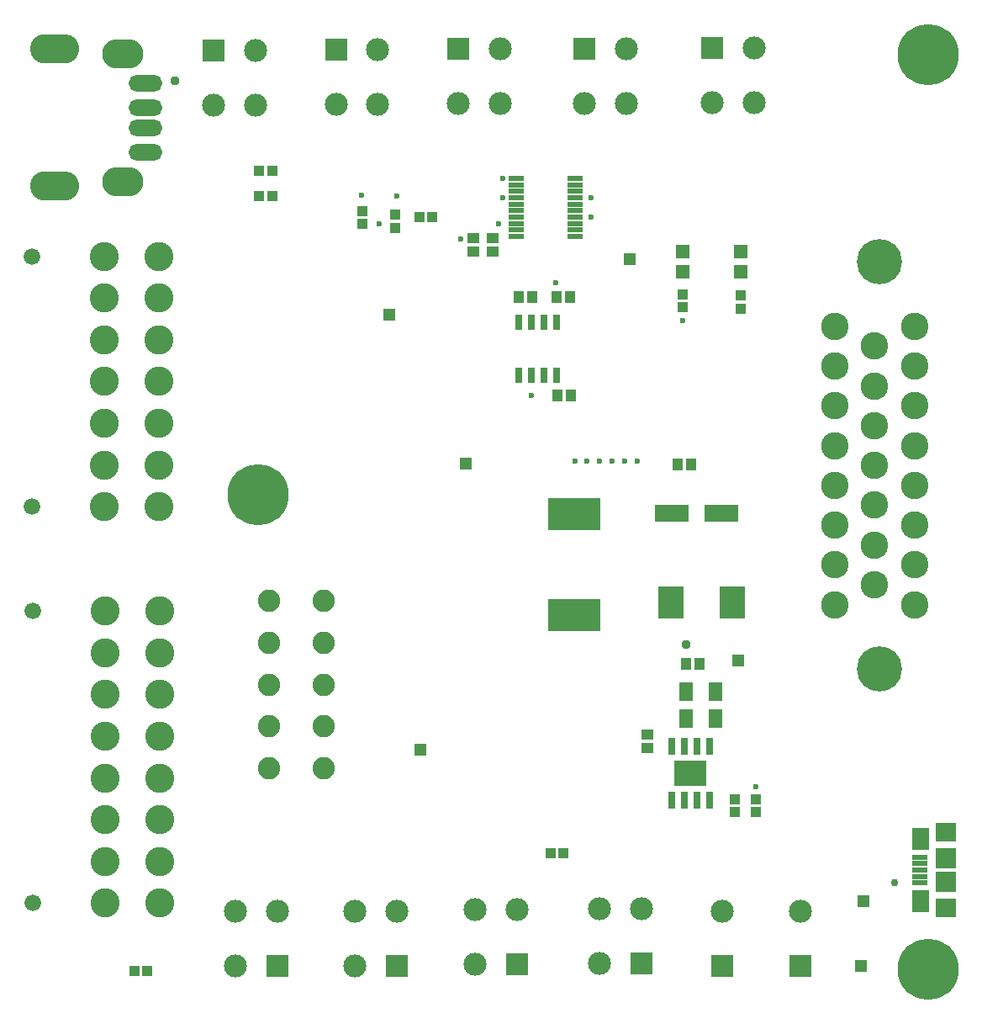
<source format=gts>
G04*
G04 #@! TF.GenerationSoftware,Altium Limited,Altium Designer,21.0.9 (235)*
G04*
G04 Layer_Color=8388736*
%FSLAX25Y25*%
%MOIN*%
G70*
G04*
G04 #@! TF.SameCoordinates,BA8C7152-59F1-4345-8518-0593712C2385*
G04*
G04*
G04 #@! TF.FilePolarity,Negative*
G04*
G01*
G75*
%ADD32R,0.10236X0.12992*%
%ADD33R,0.03150X0.06496*%
%ADD34R,0.06398X0.02362*%
%ADD35R,0.20669X0.12992*%
%ADD36R,0.05906X0.02165*%
%ADD37R,0.06890X0.08858*%
%ADD38R,0.08071X0.07677*%
%ADD39R,0.08071X0.08071*%
%ADD40O,0.13386X0.06496*%
%ADD41R,0.12795X0.10039*%
%ADD42R,0.04331X0.03937*%
%ADD43R,0.05315X0.05315*%
%ADD44R,0.03937X0.04331*%
%ADD45R,0.13189X0.06890*%
%ADD46R,0.04134X0.04528*%
%ADD47R,0.04528X0.04134*%
%ADD48R,0.05709X0.07677*%
%ADD49R,0.03150X0.06594*%
%ADD50R,0.09153X0.09153*%
%ADD51C,0.09153*%
%ADD52R,0.04921X0.04921*%
%ADD53C,0.08858*%
%ADD54C,0.11516*%
%ADD55C,0.06594*%
%ADD56C,0.10925*%
%ADD57C,0.17894*%
%ADD58O,0.16339X0.11614*%
%ADD59O,0.19488X0.11614*%
%ADD60C,0.24213*%
%ADD61C,0.02362*%
%ADD62C,0.03740*%
%ADD63C,0.02953*%
D32*
X288567Y161000D02*
D03*
X264158D02*
D03*
D33*
X219000Y272130D02*
D03*
X214000D02*
D03*
X209000D02*
D03*
X204000D02*
D03*
Y250870D02*
D03*
X209000D02*
D03*
X214000D02*
D03*
X219000D02*
D03*
D34*
X226067Y305984D02*
D03*
Y308543D02*
D03*
Y311102D02*
D03*
Y313661D02*
D03*
Y316220D02*
D03*
Y318779D02*
D03*
Y321339D02*
D03*
Y323898D02*
D03*
Y326457D02*
D03*
Y329016D02*
D03*
X202933D02*
D03*
Y326457D02*
D03*
Y323898D02*
D03*
Y321339D02*
D03*
Y318779D02*
D03*
Y316220D02*
D03*
Y313661D02*
D03*
Y311102D02*
D03*
Y308543D02*
D03*
Y305984D02*
D03*
D35*
X226000Y155921D02*
D03*
Y196079D02*
D03*
D36*
X362732Y49882D02*
D03*
Y52441D02*
D03*
Y55000D02*
D03*
Y57559D02*
D03*
Y60118D02*
D03*
D37*
X363224Y42795D02*
D03*
Y67205D02*
D03*
D38*
X373260Y40039D02*
D03*
Y69961D02*
D03*
D39*
Y50276D02*
D03*
Y59724D02*
D03*
D40*
X55937Y339220D02*
D03*
Y366779D02*
D03*
Y349063D02*
D03*
Y356937D02*
D03*
D41*
X271937Y93189D02*
D03*
D42*
X292000Y282559D02*
D03*
Y277441D02*
D03*
X269000Y283059D02*
D03*
Y277941D02*
D03*
X289437Y77941D02*
D03*
Y83059D02*
D03*
X298000Y83059D02*
D03*
Y77941D02*
D03*
X155000Y314559D02*
D03*
Y309441D02*
D03*
X142000Y316059D02*
D03*
Y310941D02*
D03*
D43*
X292000Y291866D02*
D03*
Y300134D02*
D03*
X269000D02*
D03*
Y291866D02*
D03*
D44*
X100941Y322000D02*
D03*
X106059D02*
D03*
X106059Y332000D02*
D03*
X100941D02*
D03*
X56559Y15000D02*
D03*
X51441D02*
D03*
X216441Y61500D02*
D03*
X221559D02*
D03*
X169559Y313500D02*
D03*
X164441D02*
D03*
D45*
X264595Y196363D02*
D03*
X284279D02*
D03*
D46*
X266843Y215500D02*
D03*
X272158D02*
D03*
X270342Y136500D02*
D03*
X275658D02*
D03*
X218843Y282000D02*
D03*
X224158D02*
D03*
X219342Y243000D02*
D03*
X224658D02*
D03*
X203842Y282000D02*
D03*
X209157D02*
D03*
D47*
X255000Y103342D02*
D03*
Y108658D02*
D03*
X193500Y305157D02*
D03*
Y299843D02*
D03*
X186000Y305157D02*
D03*
Y299843D02*
D03*
D48*
X281709Y125500D02*
D03*
X270291D02*
D03*
X281709Y115000D02*
D03*
X270291D02*
D03*
D49*
X264437Y103866D02*
D03*
X269437D02*
D03*
X274437D02*
D03*
X279437D02*
D03*
Y82512D02*
D03*
X274437D02*
D03*
X269437D02*
D03*
X264437D02*
D03*
D50*
X284500Y17000D02*
D03*
X315500D02*
D03*
X280500Y380654D02*
D03*
X179965Y380153D02*
D03*
X229965D02*
D03*
X131465Y380000D02*
D03*
X252535Y17846D02*
D03*
X203035Y17500D02*
D03*
X155500Y17000D02*
D03*
X108035D02*
D03*
X82965Y379654D02*
D03*
D51*
X284500Y38653D02*
D03*
X315500D02*
D03*
X280500Y359000D02*
D03*
X297035Y380654D02*
D03*
Y359000D02*
D03*
X179965Y358500D02*
D03*
X196500Y380153D02*
D03*
Y358500D02*
D03*
X229965D02*
D03*
X246500Y380153D02*
D03*
Y358500D02*
D03*
X131465Y358347D02*
D03*
X148000Y380000D02*
D03*
Y358347D02*
D03*
X252535Y39500D02*
D03*
X236000Y17846D02*
D03*
Y39500D02*
D03*
X203035Y39154D02*
D03*
X186500Y17500D02*
D03*
Y39154D02*
D03*
X155500Y38653D02*
D03*
X138965Y17000D02*
D03*
Y38653D02*
D03*
X108035D02*
D03*
X91500Y17000D02*
D03*
Y38653D02*
D03*
X82965Y358000D02*
D03*
X99500Y379654D02*
D03*
Y358000D02*
D03*
D52*
X183000Y216000D02*
D03*
X152500Y275000D02*
D03*
X339500Y17000D02*
D03*
X248000Y297000D02*
D03*
X291000Y138000D02*
D03*
X340500Y42500D02*
D03*
X165000Y102500D02*
D03*
D53*
X104884Y95358D02*
D03*
Y111894D02*
D03*
Y128429D02*
D03*
Y144965D02*
D03*
Y161500D02*
D03*
X126537Y95358D02*
D03*
Y111894D02*
D03*
Y128429D02*
D03*
Y144965D02*
D03*
Y161500D02*
D03*
D54*
X40000Y41823D02*
D03*
Y58358D02*
D03*
Y74894D02*
D03*
Y91429D02*
D03*
Y107965D02*
D03*
Y124500D02*
D03*
Y141035D02*
D03*
Y157571D02*
D03*
X61654Y41823D02*
D03*
Y58358D02*
D03*
Y74894D02*
D03*
Y91429D02*
D03*
Y107965D02*
D03*
Y124500D02*
D03*
Y141035D02*
D03*
Y157571D02*
D03*
X39500Y198894D02*
D03*
Y215429D02*
D03*
Y231965D02*
D03*
Y248500D02*
D03*
Y265035D02*
D03*
Y281571D02*
D03*
Y298106D02*
D03*
X61154Y198894D02*
D03*
Y215429D02*
D03*
Y231965D02*
D03*
Y248500D02*
D03*
Y265035D02*
D03*
Y281571D02*
D03*
Y298106D02*
D03*
D55*
X11260Y157571D02*
D03*
Y41823D02*
D03*
X10760Y198894D02*
D03*
Y298106D02*
D03*
D56*
X329252Y160138D02*
D03*
Y175886D02*
D03*
Y191634D02*
D03*
Y207382D02*
D03*
Y223130D02*
D03*
Y238878D02*
D03*
Y254626D02*
D03*
Y270374D02*
D03*
X345000Y168012D02*
D03*
Y183760D02*
D03*
Y199508D02*
D03*
Y215256D02*
D03*
Y231004D02*
D03*
Y246752D02*
D03*
Y262500D02*
D03*
X360748Y160138D02*
D03*
Y175886D02*
D03*
Y191634D02*
D03*
Y207382D02*
D03*
Y223130D02*
D03*
Y238878D02*
D03*
Y254626D02*
D03*
Y270374D02*
D03*
D57*
X346969Y134547D02*
D03*
Y295965D02*
D03*
D58*
X47000Y327606D02*
D03*
Y378394D02*
D03*
D59*
X19795Y325835D02*
D03*
Y380165D02*
D03*
D60*
X100500Y203500D02*
D03*
X366142Y15748D02*
D03*
Y377953D02*
D03*
D61*
X267500Y91000D02*
D03*
X272000D02*
D03*
X275791Y91012D02*
D03*
X267500Y96000D02*
D03*
X272000D02*
D03*
X276000D02*
D03*
X195969Y310961D02*
D03*
X269000Y272500D02*
D03*
X155500Y322000D02*
D03*
X251000Y217000D02*
D03*
X246000D02*
D03*
X241000D02*
D03*
X236000D02*
D03*
X209000Y243000D02*
D03*
X231000Y217000D02*
D03*
X226353Y216852D02*
D03*
X141574Y322426D02*
D03*
X148561Y310939D02*
D03*
X298000Y88000D02*
D03*
X232663Y313663D02*
D03*
X181000Y305000D02*
D03*
X218500Y287500D02*
D03*
X197661Y321339D02*
D03*
X232663Y321337D02*
D03*
X197500Y329000D02*
D03*
D62*
X67500Y367500D02*
D03*
X270342Y144443D02*
D03*
D63*
X352853Y50031D02*
D03*
M02*

</source>
